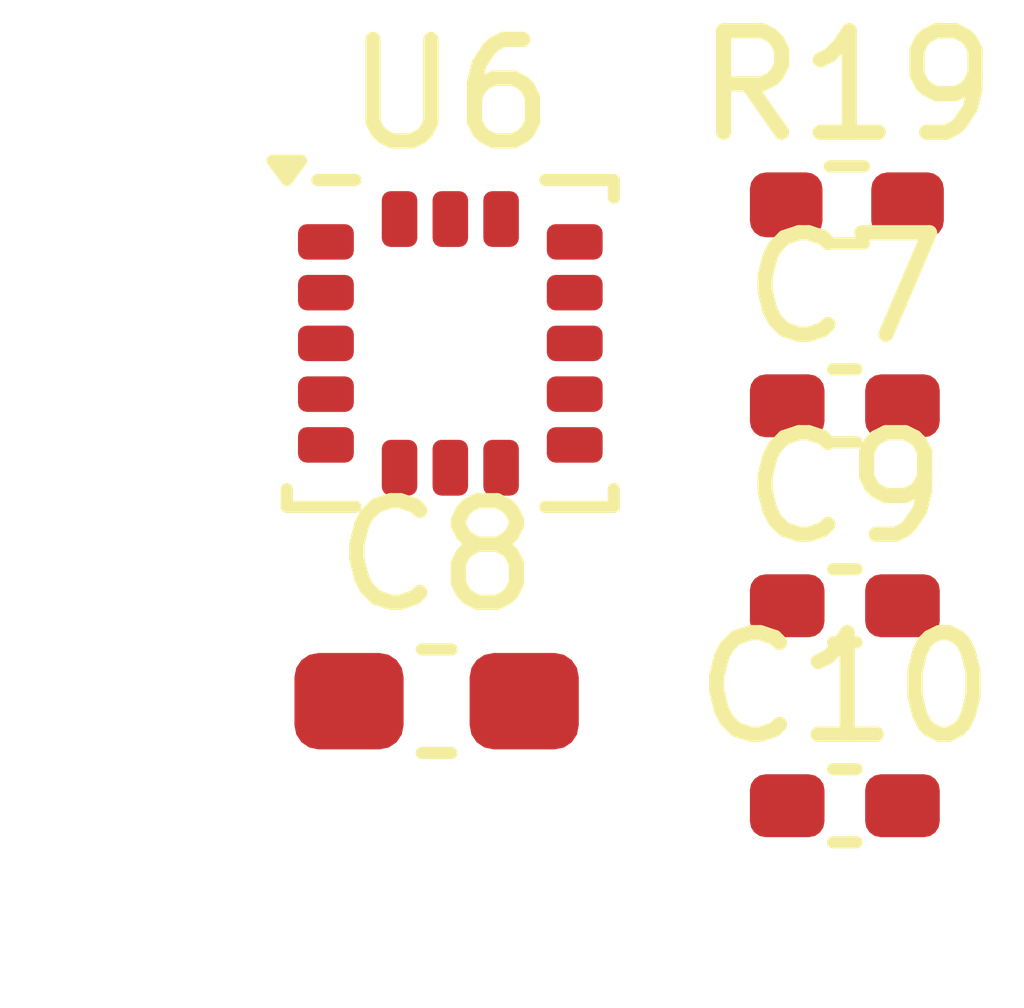
<source format=kicad_pcb>
(kicad_pcb (version 20241229) (generator "pcbnew") (generator_version "9.0")
  (layers (0 "F.Cu" signal) (2 "B.Cu" signal) (13 "F.Paste" user) (15 "B.Paste" user) (5 "F.SilkS" user "F.Silkscreen") (7 "B.SilkS" user "B.Silkscreen") (1 "F.Mask" user) (3 "B.Mask" user) (25 "Edge.Cuts" user))
  (net 0 "")
  (net 1 "GND")
  (net 2 "+3.3V")
  (net 3 "Net-(U6-REGOUT)")
  (net 4 "Net-(U6-~{CS})")
  (net 6 "/sda")
  (net 8 "/scl")
  (footprint "Capacitor_SMD:C_0402_1005Metric_Pad0.74x0.62mm_HandSolder" (layer "F.Cu") (at 103.9325 71.03)
    (property "Reference" "C9" (at 0 -1.16 0) (layer "F.SilkS"))
    (property "Value" "10n")
    (fp_line (start -0.115835 -0.36) (end 0.115835 -0.36) (stroke (width 0.12)) (layer "F.SilkS"))
    (fp_line (start -0.115835 0.36) (end 0.115835 0.36) (stroke (width 0.12)) (layer "F.SilkS"))
    (pad "1" smd roundrect (at -0.5675 0) (size 0.735 0.62) (layers "F.Cu" "F.Mask" "F.Paste") (net 2 "+3.3V"))
    (pad "2" smd roundrect (at 0.5675 0) (size 0.735 0.62) (layers "F.Cu" "F.Mask" "F.Paste") (net 1 "GND"))
  )
  (footprint "Package_LGA:LGA-16_3x3mm_P0.5mm_LayoutBorder3x5y" (layer "F.Cu") (at 100.0475 68.445)
    (property "Reference" "U6" (at 0 -2.45 0) (layer "F.SilkS"))
    (property "Value" "ICM-20602")
    (fp_line (start -1.61 1.61) (end -1.61 1.435) (stroke (width 0.12)) (layer "F.SilkS"))
    (fp_line (start -0.935 -1.61) (end -1.31 -1.61) (stroke (width 0.12)) (layer "F.SilkS"))
    (fp_line (start -0.935 1.61) (end -1.61 1.61) (stroke (width 0.12)) (layer "F.SilkS"))
    (fp_line (start 0.935 -1.61) (end 1.61 -1.61) (stroke (width 0.12)) (layer "F.SilkS"))
    (fp_line (start 0.935 1.61) (end 1.61 1.61) (stroke (width 0.12)) (layer "F.SilkS"))
    (fp_line (start 1.61 -1.61) (end 1.61 -1.435) (stroke (width 0.12)) (layer "F.SilkS"))
    (fp_line (start 1.61 1.61) (end 1.61 1.435) (stroke (width 0.12)) (layer "F.SilkS"))
    (fp_poly (pts (xy -1.61 -1.61) (xy -1.75 -1.8) (xy -1.47 -1.8)) (stroke (width 0.12)) (fill yes) (layer "F.SilkS"))
    (pad "1" smd roundrect (at -1.225 -1) (size 0.55 0.35) (layers "F.Cu" "F.Mask" "F.Paste") (net 2 "+3.3V"))
    (pad "2" smd roundrect (at -1.225 -0.5) (size 0.55 0.35) (layers "F.Cu" "F.Mask" "F.Paste") (net 8 "/scl"))
    (pad "3" smd roundrect (at -1.225 0) (size 0.55 0.35) (layers "F.Cu" "F.Mask" "F.Paste") (net 6 "/sda"))
    (pad "4" smd roundrect (at -1.225 0.5) (size 0.55 0.35) (layers "F.Cu" "F.Mask" "F.Paste") (net 1 "GND"))
    (pad "5" smd roundrect (at -1.225 1) (size 0.55 0.35) (layers "F.Cu" "F.Mask" "F.Paste") (net 4 "Net-(U6-~{CS})"))
    (pad "6" smd roundrect (at -0.5 1.225) (size 0.35 0.55) (layers "F.Cu" "F.Mask" "F.Paste"))
    (pad "7" smd roundrect (at 0 1.225) (size 0.35 0.55) (layers "F.Cu" "F.Mask" "F.Paste"))
    (pad "8" smd roundrect (at 0.5 1.225) (size 0.35 0.55) (layers "F.Cu" "F.Mask" "F.Paste") (net 1 "GND"))
    (pad "9" smd roundrect (at 1.225 1) (size 0.55 0.35) (layers "F.Cu" "F.Mask" "F.Paste") (net 1 "GND"))
    (pad "10" smd roundrect (at 1.225 0.5) (size 0.55 0.35) (layers "F.Cu" "F.Mask" "F.Paste") (net 1 "GND"))
    (pad "11" smd roundrect (at 1.225 0) (size 0.55 0.35) (layers "F.Cu" "F.Mask" "F.Paste") (net 1 "GND"))
    (pad "12" smd roundrect (at 1.225 -0.5) (size 0.55 0.35) (layers "F.Cu" "F.Mask" "F.Paste") (net 1 "GND"))
    (pad "13" smd roundrect (at 1.225 -1) (size 0.55 0.35) (layers "F.Cu" "F.Mask" "F.Paste") (net 1 "GND"))
    (pad "14" smd roundrect (at 0.5 -1.225) (size 0.35 0.55) (layers "F.Cu" "F.Mask" "F.Paste") (net 3 "Net-(U6-REGOUT)"))
    (pad "15" smd roundrect (at 0 -1.225) (size 0.35 0.55) (layers "F.Cu" "F.Mask" "F.Paste") (net 1 "GND"))
    (pad "16" smd roundrect (at -0.5 -1.225) (size 0.35 0.55) (layers "F.Cu" "F.Mask" "F.Paste") (net 2 "+3.3V"))
  )
  (footprint "Capacitor_SMD:C_0402_1005Metric_Pad0.74x0.62mm_HandSolder" (layer "F.Cu") (at 103.9325 73)
    (property "Reference" "C10" (at 0 -1.16 0) (layer "F.SilkS"))
    (property "Value" "0.1u")
    (fp_line (start -0.115835 -0.36) (end 0.115835 -0.36) (stroke (width 0.12)) (layer "F.SilkS"))
    (fp_line (start -0.115835 0.36) (end 0.115835 0.36) (stroke (width 0.12)) (layer "F.SilkS"))
    (pad "1" smd roundrect (at -0.5675 0) (size 0.735 0.62) (layers "F.Cu" "F.Mask" "F.Paste") (net 3 "Net-(U6-REGOUT)"))
    (pad "2" smd roundrect (at 0.5675 0) (size 0.735 0.62) (layers "F.Cu" "F.Mask" "F.Paste") (net 1 "GND"))
  )
  (footprint "Capacitor_SMD:C_0402_1005Metric_Pad0.74x0.62mm_HandSolder" (layer "F.Cu") (at 103.9325 69.06)
    (property "Reference" "C7" (at 0 -1.16 0) (layer "F.SilkS"))
    (property "Value" "0.1u")
    (fp_line (start -0.115835 -0.36) (end 0.115835 -0.36) (stroke (width 0.12)) (layer "F.SilkS"))
    (fp_line (start -0.115835 0.36) (end 0.115835 0.36) (stroke (width 0.12)) (layer "F.SilkS"))
    (pad "1" smd roundrect (at -0.5675 0) (size 0.735 0.62) (layers "F.Cu" "F.Mask" "F.Paste") (net 2 "+3.3V"))
    (pad "2" smd roundrect (at 0.5675 0) (size 0.735 0.62) (layers "F.Cu" "F.Mask" "F.Paste") (net 1 "GND"))
  )
  (footprint "Resistor_SMD:R_0402_1005Metric_Pad0.72x0.64mm_HandSolder" (layer "F.Cu") (at 103.9525 67.08)
    (property "Reference" "R19" (at 0 -1.17 0) (layer "F.SilkS"))
    (property "Value" "4.7k")
    (fp_line (start -0.167621 -0.38) (end 0.167621 -0.38) (stroke (width 0.12)) (layer "F.SilkS"))
    (fp_line (start -0.167621 0.38) (end 0.167621 0.38) (stroke (width 0.12)) (layer "F.SilkS"))
    (pad "1" smd roundrect (at -0.5975 0) (size 0.715 0.64) (layers "F.Cu" "F.Mask" "F.Paste") (net 2 "+3.3V"))
    (pad "2" smd roundrect (at 0.5975 0) (size 0.715 0.64) (layers "F.Cu" "F.Mask" "F.Paste") (net 4 "Net-(U6-~{CS})"))
  )
  (footprint "Capacitor_SMD:C_0603_1608Metric_Pad1.08x0.95mm_HandSolder" (layer "F.Cu") (at 99.9125 71.97)
    (property "Reference" "C8" (at 0 -1.43 0) (layer "F.SilkS"))
    (property "Value" "2.2u")
    (fp_line (start -0.146267 -0.51) (end 0.146267 -0.51) (stroke (width 0.12)) (layer "F.SilkS"))
    (fp_line (start -0.146267 0.51) (end 0.146267 0.51) (stroke (width 0.12)) (layer "F.SilkS"))
    (pad "1" smd roundrect (at -0.8625 0) (size 1.075 0.95) (layers "F.Cu" "F.Mask" "F.Paste") (net 2 "+3.3V"))
    (pad "2" smd roundrect (at 0.8625 0) (size 1.075 0.95) (layers "F.Cu" "F.Mask" "F.Paste") (net 1 "GND"))
  )
)
</source>
